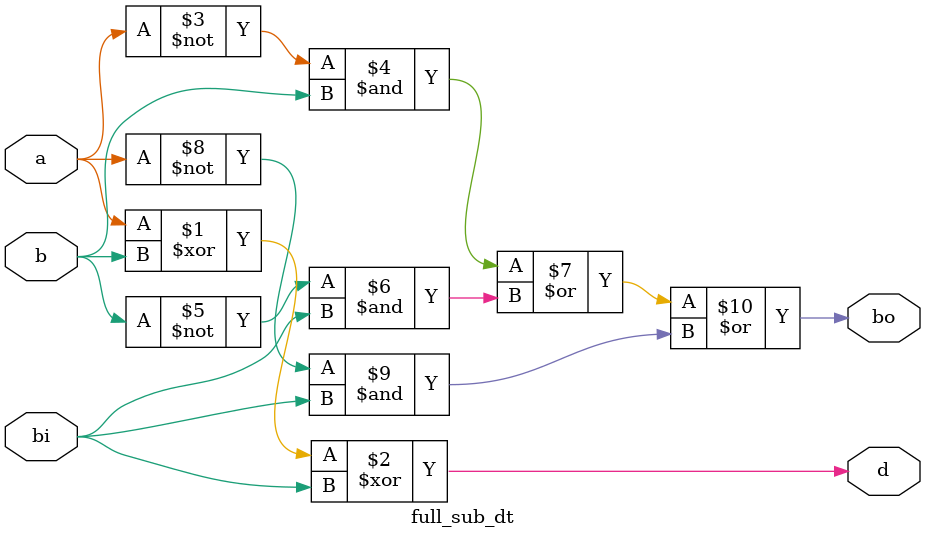
<source format=v>
`timescale 1ns / 1ps

module full_sub_dt(output d,bo, input a,b,bi);

    assign d= a^b^bi;
    assign bo=(~a&b) | (~b&bi) | (~a&bi);

endmodule


</source>
